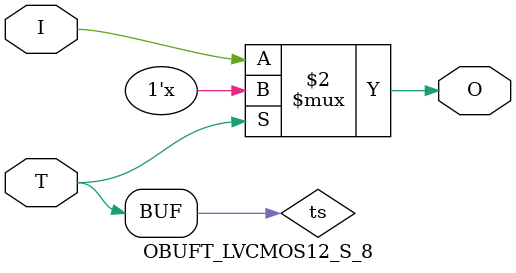
<source format=v>

/*

FUNCTION	: TRI-STATE OUTPUT BUFFER

*/

`celldefine
`timescale  100 ps / 10 ps

module OBUFT_LVCMOS12_S_8 (O, I, T);

    output O;

    input  I, T;

    or O1 (ts, 1'b0, T);
    bufif0 T1 (O, I, ts);

endmodule

</source>
